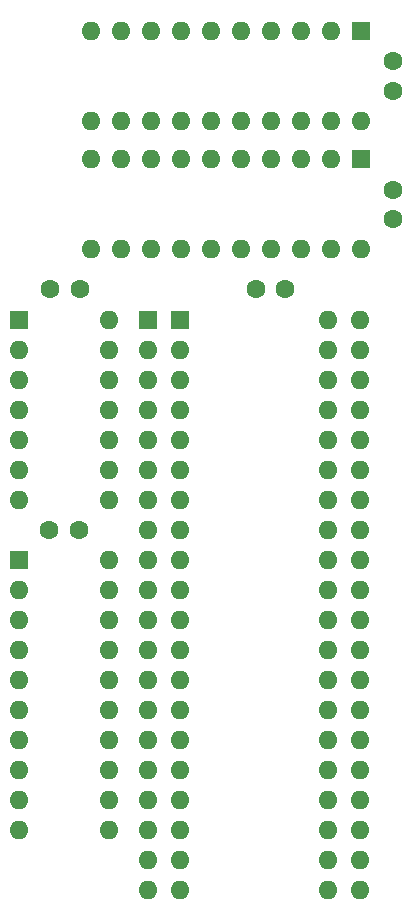
<source format=gbr>
%TF.GenerationSoftware,KiCad,Pcbnew,8.0.2*%
%TF.CreationDate,2024-06-14T23:34:29+02:00*%
%TF.ProjectId,MOS6566_Adapter,4d4f5336-3536-4365-9f41-646170746572,rev?*%
%TF.SameCoordinates,Original*%
%TF.FileFunction,Soldermask,Top*%
%TF.FilePolarity,Negative*%
%FSLAX46Y46*%
G04 Gerber Fmt 4.6, Leading zero omitted, Abs format (unit mm)*
G04 Created by KiCad (PCBNEW 8.0.2) date 2024-06-14 23:34:29*
%MOMM*%
%LPD*%
G01*
G04 APERTURE LIST*
%ADD10C,1.600000*%
%ADD11R,1.600000X1.600000*%
%ADD12O,1.600000X1.600000*%
G04 APERTURE END LIST*
D10*
%TO.C,C5*%
X125100000Y-52300000D03*
X127600000Y-52300000D03*
%TD*%
%TO.C,C3*%
X107700000Y-52300000D03*
X110200000Y-52300000D03*
%TD*%
%TO.C,C1*%
X136700000Y-46400000D03*
X136700000Y-43900000D03*
%TD*%
%TO.C,C2*%
X136700000Y-35500000D03*
X136700000Y-33000000D03*
%TD*%
D11*
%TO.C,U3*%
X105100000Y-54880000D03*
D12*
X105100000Y-57420000D03*
X105100000Y-59960000D03*
X105100000Y-62500000D03*
X105100000Y-65040000D03*
X105100000Y-67580000D03*
X105100000Y-70120000D03*
X112720000Y-70120000D03*
X112720000Y-67580000D03*
X112720000Y-65040000D03*
X112720000Y-62500000D03*
X112720000Y-59960000D03*
X112720000Y-57420000D03*
X112720000Y-54880000D03*
%TD*%
D11*
%TO.C,U2*%
X116000000Y-54882000D03*
D12*
X116000000Y-57422000D03*
X116000000Y-59962000D03*
X116000000Y-62502000D03*
X116000000Y-65042000D03*
X116000000Y-67582000D03*
X116000000Y-70122000D03*
X116000000Y-72662000D03*
X116000000Y-75202000D03*
X116000000Y-77742000D03*
X116000000Y-80282000D03*
X116000000Y-82822000D03*
X116000000Y-85362000D03*
X116000000Y-87902000D03*
X116000000Y-90442000D03*
X116000000Y-92982000D03*
X116000000Y-95522000D03*
X116000000Y-98062000D03*
X116000000Y-100602000D03*
X116000000Y-103142000D03*
X131240000Y-103142000D03*
X131240000Y-100602000D03*
X131240000Y-98062000D03*
X131240000Y-95522000D03*
X131240000Y-92982000D03*
X131240000Y-90442000D03*
X131240000Y-87902000D03*
X131240000Y-85362000D03*
X131240000Y-82822000D03*
X131240000Y-80282000D03*
X131240000Y-77742000D03*
X131240000Y-75202000D03*
X131240000Y-72662000D03*
X131240000Y-70122000D03*
X131240000Y-67582000D03*
X131240000Y-65042000D03*
X131240000Y-62502000D03*
X131240000Y-59962000D03*
X131240000Y-57422000D03*
X131240000Y-54882000D03*
%TD*%
D11*
%TO.C,U6*%
X134011500Y-41280000D03*
D12*
X131471500Y-41280000D03*
X128931500Y-41280000D03*
X126391500Y-41280000D03*
X123851500Y-41280000D03*
X121311500Y-41280000D03*
X118771500Y-41280000D03*
X116231500Y-41280000D03*
X113691500Y-41280000D03*
X111151500Y-41280000D03*
X111151500Y-48900000D03*
X113691500Y-48900000D03*
X116231500Y-48900000D03*
X118771500Y-48900000D03*
X121311500Y-48900000D03*
X123851500Y-48900000D03*
X126391500Y-48900000D03*
X128931500Y-48900000D03*
X131471500Y-48900000D03*
X134011500Y-48900000D03*
%TD*%
D11*
%TO.C,U5*%
X105084000Y-75250000D03*
D12*
X105084000Y-77790000D03*
X105084000Y-80330000D03*
X105084000Y-82870000D03*
X105084000Y-85410000D03*
X105084000Y-87950000D03*
X105084000Y-90490000D03*
X105084000Y-93030000D03*
X105084000Y-95570000D03*
X105084000Y-98110000D03*
X112704000Y-98110000D03*
X112704000Y-95570000D03*
X112704000Y-93030000D03*
X112704000Y-90490000D03*
X112704000Y-87950000D03*
X112704000Y-85410000D03*
X112704000Y-82870000D03*
X112704000Y-80330000D03*
X112704000Y-77790000D03*
X112704000Y-75250000D03*
%TD*%
D11*
%TO.C,U1*%
X118660000Y-54882000D03*
D12*
X118660000Y-57422000D03*
X118660000Y-59962000D03*
X118660000Y-62502000D03*
X118660000Y-65042000D03*
X118660000Y-67582000D03*
X118660000Y-70122000D03*
X118660000Y-72662000D03*
X118660000Y-75202000D03*
X118660000Y-77742000D03*
X118660000Y-80282000D03*
X118660000Y-82822000D03*
X118660000Y-85362000D03*
X118660000Y-87902000D03*
X118660000Y-90442000D03*
X118660000Y-92982000D03*
X118660000Y-95522000D03*
X118660000Y-98062000D03*
X118660000Y-100602000D03*
X118660000Y-103142000D03*
X133900000Y-103142000D03*
X133900000Y-100602000D03*
X133900000Y-98062000D03*
X133900000Y-95522000D03*
X133900000Y-92982000D03*
X133900000Y-90442000D03*
X133900000Y-87902000D03*
X133900000Y-85362000D03*
X133900000Y-82822000D03*
X133900000Y-80282000D03*
X133900000Y-77742000D03*
X133900000Y-75202000D03*
X133900000Y-72662000D03*
X133900000Y-70122000D03*
X133900000Y-67582000D03*
X133900000Y-65042000D03*
X133900000Y-62502000D03*
X133900000Y-59962000D03*
X133900000Y-57422000D03*
X133900000Y-54882000D03*
%TD*%
D10*
%TO.C,C4*%
X107600000Y-72700000D03*
X110100000Y-72700000D03*
%TD*%
D11*
%TO.C,U4*%
X134007500Y-30430000D03*
D12*
X131467500Y-30430000D03*
X128927500Y-30430000D03*
X126387500Y-30430000D03*
X123847500Y-30430000D03*
X121307500Y-30430000D03*
X118767500Y-30430000D03*
X116227500Y-30430000D03*
X113687500Y-30430000D03*
X111147500Y-30430000D03*
X111147500Y-38050000D03*
X113687500Y-38050000D03*
X116227500Y-38050000D03*
X118767500Y-38050000D03*
X121307500Y-38050000D03*
X123847500Y-38050000D03*
X126387500Y-38050000D03*
X128927500Y-38050000D03*
X131467500Y-38050000D03*
X134007500Y-38050000D03*
%TD*%
M02*

</source>
